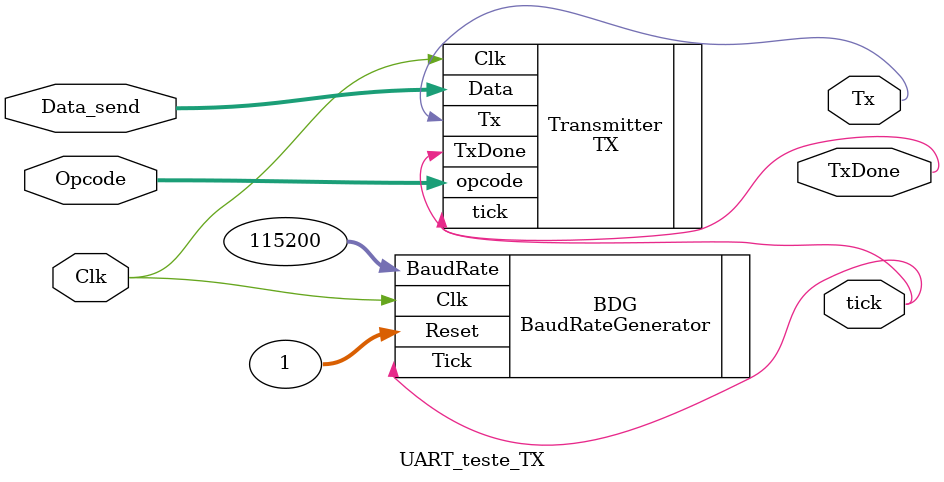
<source format=v>
module UART_teste_TX(input Clk,
							input [5:0] Opcode,
							input [7:0] Data_send,	
							output wire Tx,tick,
							output wire TxDone //dadoRx de 8 bits que vai ser escrito no banco de registradores
);
	parameter BaudRate = 32'd115200;
	wire Rst_n;
	

	TX Transmitter(.Clk(Clk), .tick(tick),.opcode(Opcode),.Data(Data_send),.TxDone(TxDone),.Tx(Tx));
	BaudRateGenerator BDG(.Clk(Clk), .Reset(1), .BaudRate(BaudRate), .Tick(tick));
								
endmodule


</source>
